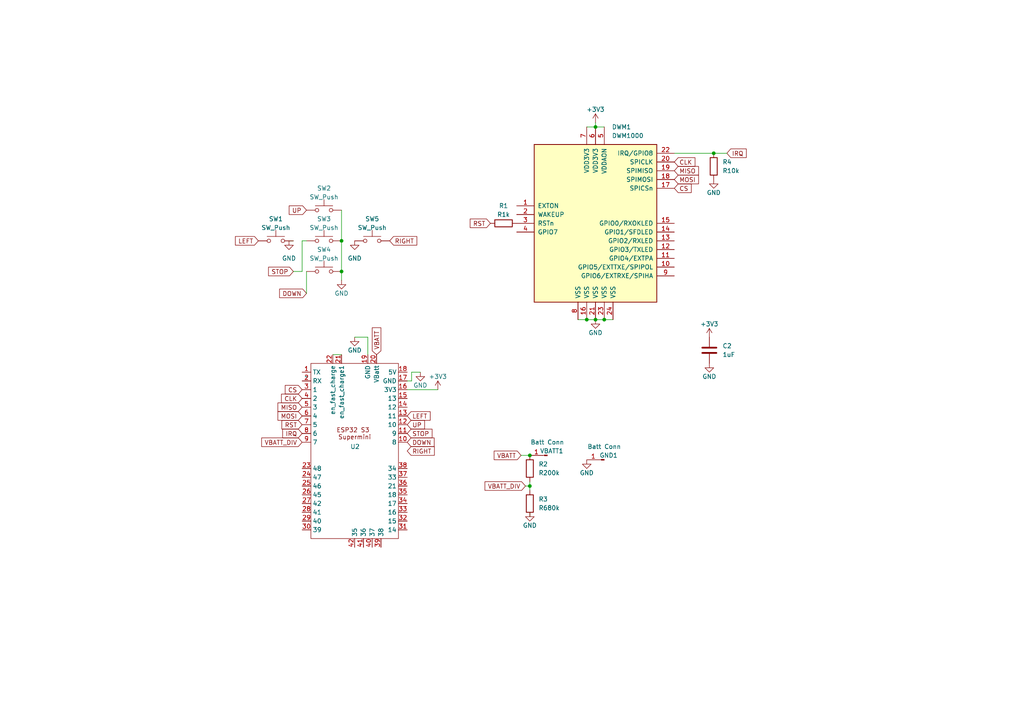
<source format=kicad_sch>
(kicad_sch (version 20230121) (generator eeschema)
  (paper "A4")
  (lib_symbols
    (symbol "Connector:Conn_01x01_Pin" (pin_names (offset 1.016) hide)
      (property "Reference" "J" (at 0 2.54 0))
      (property "Value" "Conn_01x01_Pin" (at 0 -2.54 0))
      (symbol "Conn_01x01_Pin_1_1"
        (polyline (pts (xy 1.27 0) (xy 0.8636 0)) (stroke (width 0.1524)))
        (rectangle (start 0.8636 0.127) (end 0 -0.127) (stroke (width 0.1524)) (fill (type outline)))
        (pin passive line (at 5.08 0 180) (length 3.81) (name "Pin_1") (number "1"))
      )
    )
    (symbol "Device:C" (pin_numbers hide) (pin_names (offset 0.254))
      (property "Reference" "C" (at 0.635 2.54 0))
      (property "Value" "C" (at 0.635 -2.54 0))
      (symbol "C_0_1"
        (polyline (pts (xy -2.032 -0.762) (xy 2.032 -0.762)) (stroke (width 0.508)))
        (polyline (pts (xy -2.032 0.762) (xy 2.032 0.762)) (stroke (width 0.508)))
      )
      (symbol "C_1_1"
        (pin passive line (at 0 3.81 270) (length 2.794) (name "~") (number "1"))
        (pin passive line (at 0 -3.81 90) (length 2.794) (name "~") (number "2"))
      )
    )
    (symbol "Device:R" (pin_numbers hide) (pin_names (offset 0))
      (property "Reference" "R" (at 2.032 0 90))
      (property "Value" "R" (at 0 0 90))
      (symbol "R_0_1"
        (rectangle (start -1.016 -2.54) (end 1.016 2.54) (stroke (width 0.254)))
      )
      (symbol "R_1_1"
        (pin passive line (at 0 3.81 270) (length 1.27) (name "~") (number "1"))
        (pin passive line (at 0 -3.81 90) (length 1.27) (name "~") (number "2"))
      )
    )
    (symbol "ESP32 S3 Supermini:ESP32_S3_Supermini"
      (property "Reference" "U2" (at 12.7 -20.32 0))
      (property "Value" "~" (at 0 0 0))
      (symbol "ESP32_S3_Supermini_0_1"
        (rectangle (start 1.27 3.81) (end 26.67 -46.99))
      )
      (symbol "ESP32_S3_Supermini_1_1"
        (text "ESP32 S3 \nSupermini" (at 13.97 -16.51 0) (effects (font (size 1.27 1.27))))
        (pin bidirectional line (at -1.27 1.27 0) (length 2.54) (name "TX") (number "1"))
        (pin bidirectional line (at 29.21 -19.05 180) (length 2.54) (name "8") (number "10"))
        (pin bidirectional line (at 29.21 -16.51 180) (length 2.54) (name "9") (number "11"))
        (pin bidirectional line (at 29.21 -13.97 180) (length 2.54) (name "10") (number "12"))
        (pin bidirectional line (at 29.21 -11.43 180) (length 2.54) (name "11") (number "13"))
        (pin bidirectional line (at 29.21 -8.89 180) (length 2.54) (name "12") (number "14"))
        (pin bidirectional line (at 29.21 -6.35 180) (length 2.54) (name "13") (number "15"))
        (pin bidirectional line (at 29.21 -3.81 180) (length 2.54) (name "3V3") (number "16"))
        (pin bidirectional line (at 29.21 -1.27 180) (length 2.54) (name "GND") (number "17"))
        (pin power_in line (at 29.21 1.27 180) (length 2.54) (name "5V") (number "18"))
        (pin bidirectional line (at 17.78 6.35 270) (length 2.54) (name "GND") (number "19"))
        (pin bidirectional line (at -1.27 -1.27 0) (length 2.54) (name "RX") (number "2"))
        (pin power_in line (at 20.32 6.35 270) (length 2.54) (name "VBatt") (number "20"))
        (pin bidirectional line (at 10.16 6.35 270) (length 2.54) (name "en_fast_charge1") (number "21"))
        (pin bidirectional line (at 7.62 6.35 270) (length 2.54) (name "en_fast_charge") (number "22"))
        (pin bidirectional line (at -1.27 -26.67 0) (length 2.54) (name "48") (number "23"))
        (pin bidirectional line (at -1.27 -29.21 0) (length 2.54) (name "47") (number "24"))
        (pin bidirectional line (at -1.27 -31.75 0) (length 2.54) (name "46") (number "25"))
        (pin bidirectional line (at -1.27 -34.29 0) (length 2.54) (name "45") (number "26"))
        (pin bidirectional line (at -1.27 -36.83 0) (length 2.54) (name "42") (number "27"))
        (pin bidirectional line (at -1.27 -39.37 0) (length 2.54) (name "41") (number "28"))
        (pin bidirectional line (at -1.27 -41.91 0) (length 2.54) (name "40") (number "29"))
        (pin bidirectional line (at -1.27 -3.81 0) (length 2.54) (name "1") (number "3"))
        (pin bidirectional line (at -1.27 -44.45 0) (length 2.54) (name "39") (number "30"))
        (pin bidirectional line (at 29.21 -44.45 180) (length 2.54) (name "14") (number "31"))
        (pin bidirectional line (at 29.21 -41.91 180) (length 2.54) (name "15") (number "32"))
        (pin bidirectional line (at 29.21 -39.37 180) (length 2.54) (name "16") (number "33"))
        (pin bidirectional line (at 29.21 -36.83 180) (length 2.54) (name "17") (number "34"))
        (pin bidirectional line (at 29.21 -34.29 180) (length 2.54) (name "18") (number "35"))
        (pin bidirectional line (at 29.21 -31.75 180) (length 2.54) (name "21") (number "36"))
        (pin bidirectional line (at 29.21 -29.21 180) (length 2.54) (name "33") (number "37"))
        (pin bidirectional line (at 29.21 -26.67 180) (length 2.54) (name "34") (number "38"))
        (pin bidirectional line (at 21.59 -49.53 90) (length 2.54) (name "38") (number "39"))
        (pin bidirectional line (at -1.27 -6.35 0) (length 2.54) (name "2") (number "4"))
        (pin bidirectional line (at 19.05 -49.53 90) (length 2.54) (name "37") (number "40"))
        (pin bidirectional line (at 16.51 -49.53 90) (length 2.54) (name "36") (number "41"))
        (pin bidirectional line (at 13.97 -49.53 90) (length 2.54) (name "35") (number "42"))
        (pin bidirectional line (at -1.27 -8.89 0) (length 2.54) (name "3") (number "5"))
        (pin bidirectional line (at -1.27 -11.43 0) (length 2.54) (name "4") (number "6"))
        (pin bidirectional line (at -1.27 -13.97 0) (length 2.54) (name "5") (number "7"))
        (pin bidirectional line (at -1.27 -16.51 0) (length 2.54) (name "6") (number "8"))
        (pin bidirectional line (at -1.27 -19.05 0) (length 2.54) (name "7") (number "9"))
      )
    )
    (symbol "RF_Module:DWM1000" (pin_names (offset 1.016))
      (property "Reference" "DWM" (at 7.62 25.4 0))
      (property "Value" "DWM1000" (at 1.27 3.81 0))
      (symbol "DWM1000_0_1"
        (rectangle (start 17.78 22.86) (end -17.78 -22.86) (stroke (width 0.254)) (fill (type background)))
      )
      (symbol "DWM1000_1_1"
        (pin output line (at -22.86 5.08 0) (length 5.08) (name "EXTON") (number "1"))
        (pin bidirectional line (at 22.86 -12.7 180) (length 5.08) (name "GPIO5/EXTTXE/SPIPOL") (number "10"))
        (pin bidirectional line (at 22.86 -10.16 180) (length 5.08) (name "GPIO4/EXTPA") (number "11"))
        (pin bidirectional line (at 22.86 -7.62 180) (length 5.08) (name "GPIO3/TXLED") (number "12"))
        (pin bidirectional line (at 22.86 -5.08 180) (length 5.08) (name "GPIO2/RXLED") (number "13"))
        (pin bidirectional line (at 22.86 -2.54 180) (length 5.08) (name "GPIO1/SFDLED") (number "14"))
        (pin bidirectional line (at 22.86 0 180) (length 5.08) (name "GPIO0/RXOKLED") (number "15"))
        (pin power_in line (at -2.54 -27.94 90) (length 5.08) (name "VSS") (number "16"))
        (pin input line (at 22.86 10.16 180) (length 5.08) (name "SPICSn") (number "17"))
        (pin input line (at 22.86 12.7 180) (length 5.08) (name "SPIMOSI") (number "18"))
        (pin output line (at 22.86 15.24 180) (length 5.08) (name "SPIMISO") (number "19"))
        (pin bidirectional line (at -22.86 2.54 0) (length 5.08) (name "WAKEUP") (number "2"))
        (pin input line (at 22.86 17.78 180) (length 5.08) (name "SPICLK") (number "20"))
        (pin power_in line (at 0 -27.94 90) (length 5.08) (name "VSS") (number "21"))
        (pin bidirectional line (at 22.86 20.32 180) (length 5.08) (name "IRQ/GPIO8") (number "22"))
        (pin power_in line (at 2.54 -27.94 90) (length 5.08) (name "VSS") (number "23"))
        (pin power_in line (at 5.08 -27.94 90) (length 5.08) (name "VSS") (number "24"))
        (pin bidirectional line (at -22.86 0 0) (length 5.08) (name "RSTn") (number "3"))
        (pin bidirectional line (at -22.86 -2.54 0) (length 5.08) (name "GPIO7") (number "4"))
        (pin power_in line (at 2.54 27.94 270) (length 5.08) (name "VDDAON") (number "5"))
        (pin power_in line (at 0 27.94 270) (length 5.08) (name "VDD3V3") (number "6"))
        (pin power_in line (at -2.54 27.94 270) (length 5.08) (name "VDD3V3") (number "7"))
        (pin power_in line (at -5.08 -27.94 90) (length 5.08) (name "VSS") (number "8"))
        (pin bidirectional line (at 22.86 -15.24 180) (length 5.08) (name "GPIO6/EXTRXE/SPIHA") (number "9"))
      )
    )
    (symbol "Switch:SW_Push" (pin_numbers hide) (pin_names (offset 1.016) hide)
      (property "Reference" "SW" (at 1.27 2.54 0))
      (property "Value" "SW_Push" (at 0 -1.524 0))
      (symbol "SW_Push_0_1"
        (circle (center -2.032 0) (radius 0.508))
        (polyline (pts (xy 0 1.27) (xy 0 3.048)))
        (polyline (pts (xy 2.54 1.27) (xy -2.54 1.27)))
        (circle (center 2.032 0) (radius 0.508))
        (pin passive line (at -5.08 0 0) (length 2.54) (name "1") (number "1"))
        (pin passive line (at 5.08 0 180) (length 2.54) (name "2") (number "2"))
      )
    )
    (symbol "power:+3V3" (power) (pin_names (offset 0))
      (property "Value" "+3V3" (at 0 3.556 0))
      (symbol "+3V3_0_1"
        (polyline (pts (xy -0.762 1.27) (xy 0 2.54)))
        (polyline (pts (xy 0 0) (xy 0 2.54)))
        (polyline (pts (xy 0 2.54) (xy 0.762 1.27)))
      )
      (symbol "+3V3_1_1"
        (pin power_in line (at 0 0 90) (length 0) hide (name "+3V3") (number "1"))
      )
    )
    (symbol "power:GND" (power) (pin_names (offset 0))
      (property "Value" "GND" (at 0 -3.81 0))
      (symbol "GND_0_1"
        (polyline (pts (xy 0 0) (xy 0 -1.27) (xy 1.27 -1.27) (xy 0 -2.54) (xy -1.27 -1.27) (xy 0 -1.27)))
      )
      (symbol "GND_1_1"
        (pin power_in line (at 0 0 270) (length 0) hide (name "GND") (number "1"))
      )
    )
  )
  (junction (at 175.26 92.71))
  (junction (at 153.67 132.08))
  (junction (at 172.72 36.83))
  (junction (at 99.06 69.85))
  (junction (at 170.18 92.71))
  (junction (at 207.01 44.45))
  (junction (at 153.67 140.97))
  (junction (at 99.06 78.74))
  (junction (at 172.72 92.71))
  (wire (pts (xy 88.9 85.09) (xy 88.9 78.74)))
  (wire (pts (xy 85.09 78.74) (xy 87.63 78.74)))
  (wire (pts (xy 170.18 92.71) (xy 172.72 92.71)))
  (wire (pts (xy 207.01 44.45) (xy 195.58 44.45)))
  (wire (pts (xy 151.13 132.08) (xy 153.67 132.08)))
  (wire (pts (xy 83.82 69.85) (xy 85.09 69.85)))
  (wire (pts (xy 167.64 92.71) (xy 170.18 92.71)))
  (wire (pts (xy 172.72 92.71) (xy 175.26 92.71)))
  (wire (pts (xy 152.4 140.97) (xy 153.67 140.97)))
  (wire (pts (xy 153.67 139.7) (xy 153.67 140.97)))
  (wire (pts (xy 87.63 69.85) (xy 88.9 69.85)))
  (wire (pts (xy 118.11 113.03) (xy 127 113.03)))
  (wire (pts (xy 119.38 107.95) (xy 121.92 107.95)))
  (wire (pts (xy 87.63 78.74) (xy 87.63 69.85)))
  (wire (pts (xy 99.06 69.85) (xy 99.06 78.74)))
  (wire (pts (xy 99.06 60.96) (xy 99.06 69.85)))
  (wire (pts (xy 175.26 92.71) (xy 177.8 92.71)))
  (wire (pts (xy 153.67 149.86) (xy 153.67 148.59)))
  (wire (pts (xy 172.72 36.83) (xy 175.26 36.83)))
  (wire (pts (xy 153.67 140.97) (xy 153.67 142.24)))
  (wire (pts (xy 175.26 91.44) (xy 175.26 92.71)))
  (wire (pts (xy 119.38 107.95) (xy 119.38 110.49)))
  (wire (pts (xy 119.38 110.49) (xy 118.11 110.49)))
  (wire (pts (xy 172.72 35.56) (xy 172.72 36.83)))
  (wire (pts (xy 170.18 36.83) (xy 172.72 36.83)))
  (wire (pts (xy 102.87 97.79) (xy 106.68 97.79)))
  (wire (pts (xy 99.06 78.74) (xy 99.06 81.28)))
  (wire (pts (xy 210.82 44.45) (xy 207.01 44.45)))
  (wire (pts (xy 106.68 97.79) (xy 106.68 102.87)))
  (wire (pts (xy 96.52 102.87) (xy 99.06 102.87)))
  (global_label "IRQ" (shape input) (at 210.82 44.45 0) (property "Intersheetrefs" "${INTERSHEET_REFS}" (effects hide)))
  (global_label "LEFT" (shape input) (at 118.11 120.65 0) (property "Intersheetrefs" "${INTERSHEET_REFS}" (effects hide)))
  (global_label "MISO" (shape input) (at 195.58 49.53 0) (property "Intersheetrefs" "${INTERSHEET_REFS}" (effects hide)))
  (global_label "RST" (shape input) (at 142.24 64.77 180) (property "Intersheetrefs" "${INTERSHEET_REFS}" (effects hide)))
  (global_label "DOWN" (shape input) (at 88.9 85.09 180) (property "Intersheetrefs" "${INTERSHEET_REFS}" (effects hide)))
  (global_label "UP" (shape input) (at 118.11 123.19 0) (property "Intersheetrefs" "${INTERSHEET_REFS}" (effects hide)))
  (global_label "STOP" (shape input) (at 85.09 78.74 180) (property "Intersheetrefs" "${INTERSHEET_REFS}" (effects hide)))
  (global_label "STOP" (shape input) (at 118.11 125.73 0) (property "Intersheetrefs" "${INTERSHEET_REFS}" (effects hide)))
  (global_label "VBATT" (shape input) (at 151.13 132.08 180) (property "Intersheetrefs" "${INTERSHEET_REFS}" (effects hide)))
  (global_label "CLK" (shape input) (at 87.63 115.57 180) (property "Intersheetrefs" "${INTERSHEET_REFS}" (effects hide)))
  (global_label "VBATT_DIV" (shape input) (at 87.63 128.27 180) (property "Intersheetrefs" "${INTERSHEET_REFS}" (effects hide)))
  (global_label "RIGHT" (shape input) (at 113.03 69.85 0) (property "Intersheetrefs" "${INTERSHEET_REFS}" (effects hide)))
  (global_label "DOWN" (shape input) (at 118.11 128.27 0) (property "Intersheetrefs" "${INTERSHEET_REFS}" (effects hide)))
  (global_label "MOSI" (shape input) (at 195.58 52.07 0) (property "Intersheetrefs" "${INTERSHEET_REFS}" (effects hide)))
  (global_label "CS" (shape input) (at 87.63 113.03 180) (property "Intersheetrefs" "${INTERSHEET_REFS}" (effects hide)))
  (global_label "MISO" (shape input) (at 87.63 118.11 180) (property "Intersheetrefs" "${INTERSHEET_REFS}" (effects hide)))
  (global_label "VBATT" (shape input) (at 109.22 102.87 90) (property "Intersheetrefs" "${INTERSHEET_REFS}" (effects hide)))
  (global_label "LEFT" (shape input) (at 74.93 69.85 180) (property "Intersheetrefs" "${INTERSHEET_REFS}" (effects hide)))
  (global_label "CLK" (shape input) (at 195.58 46.99 0) (property "Intersheetrefs" "${INTERSHEET_REFS}" (effects hide)))
  (global_label "CS" (shape input) (at 195.58 54.61 0) (property "Intersheetrefs" "${INTERSHEET_REFS}" (effects hide)))
  (global_label "MOSI" (shape input) (at 87.63 120.65 180) (property "Intersheetrefs" "${INTERSHEET_REFS}" (effects hide)))
  (global_label "RST" (shape input) (at 87.63 123.19 180) (property "Intersheetrefs" "${INTERSHEET_REFS}" (effects hide)))
  (global_label "IRQ" (shape input) (at 87.63 125.73 180) (property "Intersheetrefs" "${INTERSHEET_REFS}" (effects hide)))
  (global_label "RIGHT" (shape input) (at 118.11 130.81 0) (property "Intersheetrefs" "${INTERSHEET_REFS}" (effects hide)))
  (global_label "VBATT_DIV" (shape input) (at 152.4 140.97 180) (property "Intersheetrefs" "${INTERSHEET_REFS}" (effects hide)))
  (global_label "UP" (shape input) (at 88.9 60.96 180) (property "Intersheetrefs" "${INTERSHEET_REFS}" (effects hide)))
  (symbol (lib_id "power:GND") (at 172.72 92.71 0) (unit 1)
    (property "Reference" "#PWR011" (effects hide))
    (property "Value" "GND" (at 172.72 96.52 0))
  )
  (symbol (lib_id "Device:R") (at 153.67 135.89 0) (unit 1)
    (property "Reference" "R2" (at 156.21 134.62 0) (effects (justify left)))
    (property "Value" "R200k" (at 156.21 137.16 0) (effects (justify left)))
    (property "Footprint" "Resistor_SMD:R_0603_1608Metric_Pad0.98x0.95mm_HandSolder" (effects hide))
  )
  (symbol (lib_id "Device:C") (at 205.74 101.6 180) (unit 1)
    (property "Reference" "C2" (at 209.55 100.33 0) (effects (justify right)))
    (property "Value" "1uF" (at 209.55 102.87 0) (effects (justify right)))
    (property "Footprint" "Capacitor_SMD:C_1206_3216Metric_Pad1.33x1.80mm_HandSolder" (effects hide))
  )
  (symbol (lib_id "Device:R") (at 153.67 146.05 0) (unit 1)
    (property "Reference" "R3" (at 156.21 144.78 0) (effects (justify left)))
    (property "Value" "R680k" (at 156.21 147.32 0) (effects (justify left)))
    (property "Footprint" "Resistor_SMD:R_0603_1608Metric_Pad0.98x0.95mm_HandSolder" (effects hide))
  )
  (symbol (lib_id "Switch:SW_Push") (at 93.98 60.96 0) (unit 1)
    (property "Reference" "SW2" (at 93.98 54.61 0))
    (property "Value" "SW_Push" (at 93.98 57.15 0))
    (property "Footprint" "Button_Switch_THT:SW_PUSH-12mm" (effects hide))
  )
  (symbol (lib_id "power:GND") (at 83.82 69.85 0) (unit 1)
    (property "Reference" "#PWR02" (effects hide))
    (property "Value" "GND" (at 83.82 74.93 0))
  )
  (symbol (lib_id "power:+3V3") (at 205.74 97.79 0) (unit 1)
    (property "Reference" "#PWR012" (effects hide))
    (property "Value" "+3V3" (at 205.74 93.98 0))
  )
  (symbol (lib_id "power:GND") (at 205.74 105.41 0) (unit 1)
    (property "Reference" "#PWR013" (effects hide))
    (property "Value" "GND" (at 205.74 109.22 0))
  )
  (symbol (lib_id "power:GND") (at 102.87 97.79 0) (unit 1)
    (property "Reference" "#PWR016" (effects hide))
    (property "Value" "GND" (at 102.87 101.6 0))
  )
  (symbol (lib_id "power:GND") (at 121.92 107.95 0) (unit 1)
    (property "Reference" "#PWR015" (effects hide))
    (property "Value" "GND" (at 121.92 111.76 0))
  )
  (symbol (lib_id "Connector:Conn_01x01_Pin") (at 175.26 133.35 180) (unit 1)
    (property "Reference" "GND1" (at 176.53 132.08 0))
    (property "Value" "Batt Conn" (at 175.26 129.54 0))
    (property "Footprint" "Connector_PinHeader_2.54mm:PinHeader_1x01_P2.54mm_Vertical" (effects hide))
  )
  (symbol (lib_id "Device:R") (at 146.05 64.77 270) (unit 1)
    (property "Reference" "R1" (at 146.05 59.69 90))
    (property "Value" "R1k" (at 146.05 62.23 90))
    (property "Footprint" "Resistor_SMD:R_0603_1608Metric_Pad0.98x0.95mm_HandSolder" (effects hide))
  )
  (symbol (lib_id "power:GND") (at 153.67 148.59 0) (unit 1)
    (property "Reference" "#PWR08" (effects hide))
    (property "Value" "GND" (at 153.67 152.4 0))
  )
  (symbol (lib_id "power:+3V3") (at 172.72 35.56 0) (unit 1)
    (property "Reference" "#PWR010" (effects hide))
    (property "Value" "+3V3" (at 172.72 31.75 0))
  )
  (symbol (lib_id "power:+3V3") (at 127 113.03 0) (unit 1)
    (property "Reference" "#PWR017" (effects hide))
    (property "Value" "+3V3" (at 127 109.22 0))
  )
  (symbol (lib_id "RF_Module:DWM1000") (at 172.72 64.77 0) (unit 1)
    (property "Reference" "DWM1" (at 177.4541 36.83 0) (effects (justify left)))
    (property "Value" "DWM1000" (at 177.4541 39.37 0) (effects (justify left)))
    (property "Footprint" "RF_Module:DWM1000" (effects hide))
    (property "Datasheet" "https://www.decawave.com/sites/default/files/resources/dwm1000-datasheet-v1.3.pdf" (effects hide))
  )
  (symbol (lib_id "Switch:SW_Push") (at 93.98 69.85 0) (unit 1)
    (property "Reference" "SW3" (at 93.98 63.5 0))
    (property "Value" "SW_Push" (at 93.98 66.04 0))
    (property "Footprint" "Button_Switch_THT:SW_PUSH-12mm" (effects hide))
  )
  (symbol (lib_id "power:GND") (at 207.01 52.07 0) (unit 1)
    (property "Reference" "#PWR014" (effects hide))
    (property "Value" "GND" (at 207.01 55.88 0))
  )
  (symbol (lib_id "ESP32 S3 Supermini:ESP32_S3_Supermini") (at 88.9 109.22 0) (unit 1)
    (property "Reference" "U2" (at 101.6 129.54 0) (effects (justify left)))
    (property "Value" "~" (at 88.9 109.22 0))
    (property "Footprint" "ESP32 S3 Supermini:ESP32 S3 Supermini" (effects hide))
  )
  (symbol (lib_id "power:GND") (at 170.18 133.35 0) (unit 1)
    (property "Reference" "#PWR09" (effects hide))
    (property "Value" "GND" (at 170.18 137.16 0))
  )
  (symbol (lib_id "Switch:SW_Push") (at 80.01 69.85 0) (unit 1)
    (property "Reference" "SW1" (at 80.01 63.5 0))
    (property "Value" "SW_Push" (at 80.01 66.04 0))
    (property "Footprint" "Button_Switch_THT:SW_PUSH-12mm" (effects hide))
  )
  (symbol (lib_id "power:GND") (at 102.87 69.85 0) (unit 1)
    (property "Reference" "#PWR04" (effects hide))
    (property "Value" "GND" (at 102.87 74.93 0))
  )
  (symbol (lib_id "Switch:SW_Push") (at 93.98 78.74 0) (unit 1)
    (property "Reference" "SW4" (at 93.98 72.39 0))
    (property "Value" "SW_Push" (at 93.98 74.93 0))
    (property "Footprint" "Button_Switch_THT:SW_PUSH-12mm" (effects hide))
  )
  (symbol (lib_id "Connector:Conn_01x01_Pin") (at 158.75 132.08 180) (unit 1)
    (property "Reference" "VBATT1" (at 160.02 130.81 0))
    (property "Value" "Batt Conn" (at 158.75 128.27 0))
    (property "Footprint" "Connector_PinHeader_2.54mm:PinHeader_1x01_P2.54mm_Vertical" (effects hide))
  )
  (symbol (lib_id "power:GND") (at 99.06 81.28 0) (unit 1)
    (property "Reference" "#PWR03" (effects hide))
    (property "Value" "GND" (at 99.06 85.09 0))
  )
  (symbol (lib_id "Switch:SW_Push") (at 107.95 69.85 0) (unit 1)
    (property "Reference" "SW5" (at 107.95 63.5 0))
    (property "Value" "SW_Push" (at 107.95 66.04 0))
    (property "Footprint" "Button_Switch_THT:SW_PUSH-12mm" (effects hide))
  )
  (symbol (lib_id "Device:R") (at 207.01 48.26 0) (unit 1)
    (property "Reference" "R4" (at 209.55 46.99 0) (effects (justify left)))
    (property "Value" "R10k" (at 209.55 49.53 0) (effects (justify left)))
    (property "Footprint" "Resistor_SMD:R_0603_1608Metric_Pad0.98x0.95mm_HandSolder" (effects hide))
  )
)
</source>
